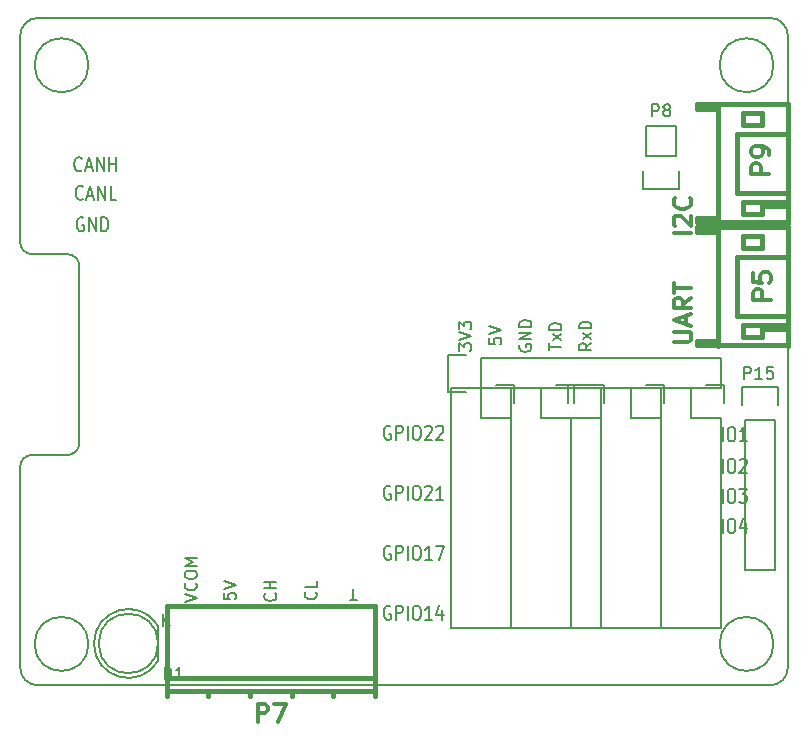
<source format=gto>
G04 #@! TF.FileFunction,Legend,Top*
%FSLAX46Y46*%
G04 Gerber Fmt 4.6, Leading zero omitted, Abs format (unit mm)*
G04 Created by KiCad (PCBNEW 4.0.2+dfsg1-stable) date So 07 Mai 2017 18:55:30 CEST*
%MOMM*%
G01*
G04 APERTURE LIST*
%ADD10C,0.100000*%
%ADD11C,0.200000*%
%ADD12C,0.300000*%
%ADD13C,0.150000*%
%ADD14C,0.381000*%
%ADD15C,0.304800*%
G04 APERTURE END LIST*
D10*
D11*
X156495714Y-120816619D02*
X155924285Y-120816619D01*
X156210000Y-119816619D02*
X156210000Y-120816619D01*
X153011143Y-120110238D02*
X153058762Y-120157857D01*
X153106381Y-120300714D01*
X153106381Y-120395952D01*
X153058762Y-120538810D01*
X152963524Y-120634048D01*
X152868286Y-120681667D01*
X152677810Y-120729286D01*
X152534952Y-120729286D01*
X152344476Y-120681667D01*
X152249238Y-120634048D01*
X152154000Y-120538810D01*
X152106381Y-120395952D01*
X152106381Y-120300714D01*
X152154000Y-120157857D01*
X152201619Y-120110238D01*
X153106381Y-119205476D02*
X153106381Y-119681667D01*
X152106381Y-119681667D01*
X149582143Y-120229285D02*
X149629762Y-120276904D01*
X149677381Y-120419761D01*
X149677381Y-120514999D01*
X149629762Y-120657857D01*
X149534524Y-120753095D01*
X149439286Y-120800714D01*
X149248810Y-120848333D01*
X149105952Y-120848333D01*
X148915476Y-120800714D01*
X148820238Y-120753095D01*
X148725000Y-120657857D01*
X148677381Y-120514999D01*
X148677381Y-120419761D01*
X148725000Y-120276904D01*
X148772619Y-120229285D01*
X149677381Y-119800714D02*
X148677381Y-119800714D01*
X149153571Y-119800714D02*
X149153571Y-119229285D01*
X149677381Y-119229285D02*
X148677381Y-119229285D01*
X145248381Y-120205476D02*
X145248381Y-120681667D01*
X145724571Y-120729286D01*
X145676952Y-120681667D01*
X145629333Y-120586429D01*
X145629333Y-120348333D01*
X145676952Y-120253095D01*
X145724571Y-120205476D01*
X145819810Y-120157857D01*
X146057905Y-120157857D01*
X146153143Y-120205476D01*
X146200762Y-120253095D01*
X146248381Y-120348333D01*
X146248381Y-120586429D01*
X146200762Y-120681667D01*
X146153143Y-120729286D01*
X145248381Y-119872143D02*
X146248381Y-119538810D01*
X145248381Y-119205476D01*
X141946381Y-120927571D02*
X142946381Y-120594238D01*
X141946381Y-120260904D01*
X142851143Y-119356142D02*
X142898762Y-119403761D01*
X142946381Y-119546618D01*
X142946381Y-119641856D01*
X142898762Y-119784714D01*
X142803524Y-119879952D01*
X142708286Y-119927571D01*
X142517810Y-119975190D01*
X142374952Y-119975190D01*
X142184476Y-119927571D01*
X142089238Y-119879952D01*
X141994000Y-119784714D01*
X141946381Y-119641856D01*
X141946381Y-119546618D01*
X141994000Y-119403761D01*
X142041619Y-119356142D01*
X141946381Y-118737095D02*
X141946381Y-118546618D01*
X141994000Y-118451380D01*
X142089238Y-118356142D01*
X142279714Y-118308523D01*
X142613048Y-118308523D01*
X142803524Y-118356142D01*
X142898762Y-118451380D01*
X142946381Y-118546618D01*
X142946381Y-118737095D01*
X142898762Y-118832333D01*
X142803524Y-118927571D01*
X142613048Y-118975190D01*
X142279714Y-118975190D01*
X142089238Y-118927571D01*
X141994000Y-118832333D01*
X141946381Y-118737095D01*
X142946381Y-117879952D02*
X141946381Y-117879952D01*
X142660667Y-117546618D01*
X141946381Y-117213285D01*
X142946381Y-117213285D01*
X133350096Y-88427000D02*
X133254858Y-88369857D01*
X133112001Y-88369857D01*
X132969143Y-88427000D01*
X132873905Y-88541286D01*
X132826286Y-88655571D01*
X132778667Y-88884143D01*
X132778667Y-89055571D01*
X132826286Y-89284143D01*
X132873905Y-89398429D01*
X132969143Y-89512714D01*
X133112001Y-89569857D01*
X133207239Y-89569857D01*
X133350096Y-89512714D01*
X133397715Y-89455571D01*
X133397715Y-89055571D01*
X133207239Y-89055571D01*
X133826286Y-89569857D02*
X133826286Y-88369857D01*
X134397715Y-89569857D01*
X134397715Y-88369857D01*
X134873905Y-89569857D02*
X134873905Y-88369857D01*
X135112000Y-88369857D01*
X135254858Y-88427000D01*
X135350096Y-88541286D01*
X135397715Y-88655571D01*
X135445334Y-88884143D01*
X135445334Y-89055571D01*
X135397715Y-89284143D01*
X135350096Y-89398429D01*
X135254858Y-89512714D01*
X135112000Y-89569857D01*
X134873905Y-89569857D01*
X133318381Y-86788571D02*
X133270762Y-86845714D01*
X133127905Y-86902857D01*
X133032667Y-86902857D01*
X132889809Y-86845714D01*
X132794571Y-86731429D01*
X132746952Y-86617143D01*
X132699333Y-86388571D01*
X132699333Y-86217143D01*
X132746952Y-85988571D01*
X132794571Y-85874286D01*
X132889809Y-85760000D01*
X133032667Y-85702857D01*
X133127905Y-85702857D01*
X133270762Y-85760000D01*
X133318381Y-85817143D01*
X133699333Y-86560000D02*
X134175524Y-86560000D01*
X133604095Y-86902857D02*
X133937428Y-85702857D01*
X134270762Y-86902857D01*
X134604095Y-86902857D02*
X134604095Y-85702857D01*
X135175524Y-86902857D01*
X135175524Y-85702857D01*
X136127905Y-86902857D02*
X135651714Y-86902857D01*
X135651714Y-85702857D01*
X133199334Y-84375571D02*
X133151715Y-84432714D01*
X133008858Y-84489857D01*
X132913620Y-84489857D01*
X132770762Y-84432714D01*
X132675524Y-84318429D01*
X132627905Y-84204143D01*
X132580286Y-83975571D01*
X132580286Y-83804143D01*
X132627905Y-83575571D01*
X132675524Y-83461286D01*
X132770762Y-83347000D01*
X132913620Y-83289857D01*
X133008858Y-83289857D01*
X133151715Y-83347000D01*
X133199334Y-83404143D01*
X133580286Y-84147000D02*
X134056477Y-84147000D01*
X133485048Y-84489857D02*
X133818381Y-83289857D01*
X134151715Y-84489857D01*
X134485048Y-84489857D02*
X134485048Y-83289857D01*
X135056477Y-84489857D01*
X135056477Y-83289857D01*
X135532667Y-84489857D02*
X135532667Y-83289857D01*
X135532667Y-83861286D02*
X136104096Y-83861286D01*
X136104096Y-84489857D02*
X136104096Y-83289857D01*
X187468000Y-107349857D02*
X187468000Y-106149857D01*
X188134666Y-106149857D02*
X188325143Y-106149857D01*
X188420381Y-106207000D01*
X188515619Y-106321286D01*
X188563238Y-106549857D01*
X188563238Y-106949857D01*
X188515619Y-107178429D01*
X188420381Y-107292714D01*
X188325143Y-107349857D01*
X188134666Y-107349857D01*
X188039428Y-107292714D01*
X187944190Y-107178429D01*
X187896571Y-106949857D01*
X187896571Y-106549857D01*
X187944190Y-106321286D01*
X188039428Y-106207000D01*
X188134666Y-106149857D01*
X189515619Y-107349857D02*
X188944190Y-107349857D01*
X189229904Y-107349857D02*
X189229904Y-106149857D01*
X189134666Y-106321286D01*
X189039428Y-106435571D01*
X188944190Y-106492714D01*
X187468000Y-110016857D02*
X187468000Y-108816857D01*
X188134666Y-108816857D02*
X188325143Y-108816857D01*
X188420381Y-108874000D01*
X188515619Y-108988286D01*
X188563238Y-109216857D01*
X188563238Y-109616857D01*
X188515619Y-109845429D01*
X188420381Y-109959714D01*
X188325143Y-110016857D01*
X188134666Y-110016857D01*
X188039428Y-109959714D01*
X187944190Y-109845429D01*
X187896571Y-109616857D01*
X187896571Y-109216857D01*
X187944190Y-108988286D01*
X188039428Y-108874000D01*
X188134666Y-108816857D01*
X188944190Y-108931143D02*
X188991809Y-108874000D01*
X189087047Y-108816857D01*
X189325143Y-108816857D01*
X189420381Y-108874000D01*
X189468000Y-108931143D01*
X189515619Y-109045429D01*
X189515619Y-109159714D01*
X189468000Y-109331143D01*
X188896571Y-110016857D01*
X189515619Y-110016857D01*
X187468000Y-112556857D02*
X187468000Y-111356857D01*
X188134666Y-111356857D02*
X188325143Y-111356857D01*
X188420381Y-111414000D01*
X188515619Y-111528286D01*
X188563238Y-111756857D01*
X188563238Y-112156857D01*
X188515619Y-112385429D01*
X188420381Y-112499714D01*
X188325143Y-112556857D01*
X188134666Y-112556857D01*
X188039428Y-112499714D01*
X187944190Y-112385429D01*
X187896571Y-112156857D01*
X187896571Y-111756857D01*
X187944190Y-111528286D01*
X188039428Y-111414000D01*
X188134666Y-111356857D01*
X188896571Y-111356857D02*
X189515619Y-111356857D01*
X189182285Y-111814000D01*
X189325143Y-111814000D01*
X189420381Y-111871143D01*
X189468000Y-111928286D01*
X189515619Y-112042571D01*
X189515619Y-112328286D01*
X189468000Y-112442571D01*
X189420381Y-112499714D01*
X189325143Y-112556857D01*
X189039428Y-112556857D01*
X188944190Y-112499714D01*
X188896571Y-112442571D01*
X187468000Y-115096857D02*
X187468000Y-113896857D01*
X188134666Y-113896857D02*
X188325143Y-113896857D01*
X188420381Y-113954000D01*
X188515619Y-114068286D01*
X188563238Y-114296857D01*
X188563238Y-114696857D01*
X188515619Y-114925429D01*
X188420381Y-115039714D01*
X188325143Y-115096857D01*
X188134666Y-115096857D01*
X188039428Y-115039714D01*
X187944190Y-114925429D01*
X187896571Y-114696857D01*
X187896571Y-114296857D01*
X187944190Y-114068286D01*
X188039428Y-113954000D01*
X188134666Y-113896857D01*
X189420381Y-114296857D02*
X189420381Y-115096857D01*
X189182285Y-113839714D02*
X188944190Y-114696857D01*
X189563238Y-114696857D01*
X176347381Y-99020238D02*
X175871190Y-99353572D01*
X176347381Y-99591667D02*
X175347381Y-99591667D01*
X175347381Y-99210714D01*
X175395000Y-99115476D01*
X175442619Y-99067857D01*
X175537857Y-99020238D01*
X175680714Y-99020238D01*
X175775952Y-99067857D01*
X175823571Y-99115476D01*
X175871190Y-99210714D01*
X175871190Y-99591667D01*
X176347381Y-98686905D02*
X175680714Y-98163095D01*
X175680714Y-98686905D02*
X176347381Y-98163095D01*
X176347381Y-97782143D02*
X175347381Y-97782143D01*
X175347381Y-97544048D01*
X175395000Y-97401190D01*
X175490238Y-97305952D01*
X175585476Y-97258333D01*
X175775952Y-97210714D01*
X175918810Y-97210714D01*
X176109286Y-97258333D01*
X176204524Y-97305952D01*
X176299762Y-97401190D01*
X176347381Y-97544048D01*
X176347381Y-97782143D01*
X172807381Y-99615476D02*
X172807381Y-99044047D01*
X173807381Y-99329762D02*
X172807381Y-99329762D01*
X173807381Y-98805952D02*
X173140714Y-98282142D01*
X173140714Y-98805952D02*
X173807381Y-98282142D01*
X173807381Y-97901190D02*
X172807381Y-97901190D01*
X172807381Y-97663095D01*
X172855000Y-97520237D01*
X172950238Y-97424999D01*
X173045476Y-97377380D01*
X173235952Y-97329761D01*
X173378810Y-97329761D01*
X173569286Y-97377380D01*
X173664524Y-97424999D01*
X173759762Y-97520237D01*
X173807381Y-97663095D01*
X173807381Y-97901190D01*
X170315000Y-99186904D02*
X170267381Y-99282142D01*
X170267381Y-99424999D01*
X170315000Y-99567857D01*
X170410238Y-99663095D01*
X170505476Y-99710714D01*
X170695952Y-99758333D01*
X170838810Y-99758333D01*
X171029286Y-99710714D01*
X171124524Y-99663095D01*
X171219762Y-99567857D01*
X171267381Y-99424999D01*
X171267381Y-99329761D01*
X171219762Y-99186904D01*
X171172143Y-99139285D01*
X170838810Y-99139285D01*
X170838810Y-99329761D01*
X171267381Y-98710714D02*
X170267381Y-98710714D01*
X171267381Y-98139285D01*
X170267381Y-98139285D01*
X171267381Y-97663095D02*
X170267381Y-97663095D01*
X170267381Y-97425000D01*
X170315000Y-97282142D01*
X170410238Y-97186904D01*
X170505476Y-97139285D01*
X170695952Y-97091666D01*
X170838810Y-97091666D01*
X171029286Y-97139285D01*
X171124524Y-97186904D01*
X171219762Y-97282142D01*
X171267381Y-97425000D01*
X171267381Y-97663095D01*
X167727381Y-98615476D02*
X167727381Y-99091667D01*
X168203571Y-99139286D01*
X168155952Y-99091667D01*
X168108333Y-98996429D01*
X168108333Y-98758333D01*
X168155952Y-98663095D01*
X168203571Y-98615476D01*
X168298810Y-98567857D01*
X168536905Y-98567857D01*
X168632143Y-98615476D01*
X168679762Y-98663095D01*
X168727381Y-98758333D01*
X168727381Y-98996429D01*
X168679762Y-99091667D01*
X168632143Y-99139286D01*
X167727381Y-98282143D02*
X168727381Y-97948810D01*
X167727381Y-97615476D01*
X165187381Y-99663095D02*
X165187381Y-99044047D01*
X165568333Y-99377381D01*
X165568333Y-99234523D01*
X165615952Y-99139285D01*
X165663571Y-99091666D01*
X165758810Y-99044047D01*
X165996905Y-99044047D01*
X166092143Y-99091666D01*
X166139762Y-99139285D01*
X166187381Y-99234523D01*
X166187381Y-99520238D01*
X166139762Y-99615476D01*
X166092143Y-99663095D01*
X165187381Y-98758333D02*
X166187381Y-98425000D01*
X165187381Y-98091666D01*
X165187381Y-97853571D02*
X165187381Y-97234523D01*
X165568333Y-97567857D01*
X165568333Y-97424999D01*
X165615952Y-97329761D01*
X165663571Y-97282142D01*
X165758810Y-97234523D01*
X165996905Y-97234523D01*
X166092143Y-97282142D01*
X166139762Y-97329761D01*
X166187381Y-97424999D01*
X166187381Y-97710714D01*
X166139762Y-97805952D01*
X166092143Y-97853571D01*
D12*
X183328571Y-98912857D02*
X184542857Y-98912857D01*
X184685714Y-98841429D01*
X184757143Y-98770000D01*
X184828571Y-98627143D01*
X184828571Y-98341429D01*
X184757143Y-98198571D01*
X184685714Y-98127143D01*
X184542857Y-98055714D01*
X183328571Y-98055714D01*
X184400000Y-97412857D02*
X184400000Y-96698571D01*
X184828571Y-97555714D02*
X183328571Y-97055714D01*
X184828571Y-96555714D01*
X184828571Y-95198571D02*
X184114286Y-95698571D01*
X184828571Y-96055714D02*
X183328571Y-96055714D01*
X183328571Y-95484286D01*
X183400000Y-95341428D01*
X183471429Y-95270000D01*
X183614286Y-95198571D01*
X183828571Y-95198571D01*
X183971429Y-95270000D01*
X184042857Y-95341428D01*
X184114286Y-95484286D01*
X184114286Y-96055714D01*
X183328571Y-94770000D02*
X183328571Y-93912857D01*
X184828571Y-94341428D02*
X183328571Y-94341428D01*
X184828571Y-89729285D02*
X183328571Y-89729285D01*
X183471429Y-89086428D02*
X183400000Y-89014999D01*
X183328571Y-88872142D01*
X183328571Y-88514999D01*
X183400000Y-88372142D01*
X183471429Y-88300713D01*
X183614286Y-88229285D01*
X183757143Y-88229285D01*
X183971429Y-88300713D01*
X184828571Y-89157856D01*
X184828571Y-88229285D01*
X184685714Y-86729285D02*
X184757143Y-86800714D01*
X184828571Y-87015000D01*
X184828571Y-87157857D01*
X184757143Y-87372142D01*
X184614286Y-87515000D01*
X184471429Y-87586428D01*
X184185714Y-87657857D01*
X183971429Y-87657857D01*
X183685714Y-87586428D01*
X183542857Y-87515000D01*
X183400000Y-87372142D01*
X183328571Y-87157857D01*
X183328571Y-87015000D01*
X183400000Y-86800714D01*
X183471429Y-86729285D01*
D11*
X159337620Y-116240000D02*
X159242382Y-116182857D01*
X159099525Y-116182857D01*
X158956667Y-116240000D01*
X158861429Y-116354286D01*
X158813810Y-116468571D01*
X158766191Y-116697143D01*
X158766191Y-116868571D01*
X158813810Y-117097143D01*
X158861429Y-117211429D01*
X158956667Y-117325714D01*
X159099525Y-117382857D01*
X159194763Y-117382857D01*
X159337620Y-117325714D01*
X159385239Y-117268571D01*
X159385239Y-116868571D01*
X159194763Y-116868571D01*
X159813810Y-117382857D02*
X159813810Y-116182857D01*
X160194763Y-116182857D01*
X160290001Y-116240000D01*
X160337620Y-116297143D01*
X160385239Y-116411429D01*
X160385239Y-116582857D01*
X160337620Y-116697143D01*
X160290001Y-116754286D01*
X160194763Y-116811429D01*
X159813810Y-116811429D01*
X160813810Y-117382857D02*
X160813810Y-116182857D01*
X161480476Y-116182857D02*
X161670953Y-116182857D01*
X161766191Y-116240000D01*
X161861429Y-116354286D01*
X161909048Y-116582857D01*
X161909048Y-116982857D01*
X161861429Y-117211429D01*
X161766191Y-117325714D01*
X161670953Y-117382857D01*
X161480476Y-117382857D01*
X161385238Y-117325714D01*
X161290000Y-117211429D01*
X161242381Y-116982857D01*
X161242381Y-116582857D01*
X161290000Y-116354286D01*
X161385238Y-116240000D01*
X161480476Y-116182857D01*
X162861429Y-117382857D02*
X162290000Y-117382857D01*
X162575714Y-117382857D02*
X162575714Y-116182857D01*
X162480476Y-116354286D01*
X162385238Y-116468571D01*
X162290000Y-116525714D01*
X163194762Y-116182857D02*
X163861429Y-116182857D01*
X163432857Y-117382857D01*
X159337620Y-121320000D02*
X159242382Y-121262857D01*
X159099525Y-121262857D01*
X158956667Y-121320000D01*
X158861429Y-121434286D01*
X158813810Y-121548571D01*
X158766191Y-121777143D01*
X158766191Y-121948571D01*
X158813810Y-122177143D01*
X158861429Y-122291429D01*
X158956667Y-122405714D01*
X159099525Y-122462857D01*
X159194763Y-122462857D01*
X159337620Y-122405714D01*
X159385239Y-122348571D01*
X159385239Y-121948571D01*
X159194763Y-121948571D01*
X159813810Y-122462857D02*
X159813810Y-121262857D01*
X160194763Y-121262857D01*
X160290001Y-121320000D01*
X160337620Y-121377143D01*
X160385239Y-121491429D01*
X160385239Y-121662857D01*
X160337620Y-121777143D01*
X160290001Y-121834286D01*
X160194763Y-121891429D01*
X159813810Y-121891429D01*
X160813810Y-122462857D02*
X160813810Y-121262857D01*
X161480476Y-121262857D02*
X161670953Y-121262857D01*
X161766191Y-121320000D01*
X161861429Y-121434286D01*
X161909048Y-121662857D01*
X161909048Y-122062857D01*
X161861429Y-122291429D01*
X161766191Y-122405714D01*
X161670953Y-122462857D01*
X161480476Y-122462857D01*
X161385238Y-122405714D01*
X161290000Y-122291429D01*
X161242381Y-122062857D01*
X161242381Y-121662857D01*
X161290000Y-121434286D01*
X161385238Y-121320000D01*
X161480476Y-121262857D01*
X162861429Y-122462857D02*
X162290000Y-122462857D01*
X162575714Y-122462857D02*
X162575714Y-121262857D01*
X162480476Y-121434286D01*
X162385238Y-121548571D01*
X162290000Y-121605714D01*
X163718572Y-121662857D02*
X163718572Y-122462857D01*
X163480476Y-121205714D02*
X163242381Y-122062857D01*
X163861429Y-122062857D01*
X159337620Y-111160000D02*
X159242382Y-111102857D01*
X159099525Y-111102857D01*
X158956667Y-111160000D01*
X158861429Y-111274286D01*
X158813810Y-111388571D01*
X158766191Y-111617143D01*
X158766191Y-111788571D01*
X158813810Y-112017143D01*
X158861429Y-112131429D01*
X158956667Y-112245714D01*
X159099525Y-112302857D01*
X159194763Y-112302857D01*
X159337620Y-112245714D01*
X159385239Y-112188571D01*
X159385239Y-111788571D01*
X159194763Y-111788571D01*
X159813810Y-112302857D02*
X159813810Y-111102857D01*
X160194763Y-111102857D01*
X160290001Y-111160000D01*
X160337620Y-111217143D01*
X160385239Y-111331429D01*
X160385239Y-111502857D01*
X160337620Y-111617143D01*
X160290001Y-111674286D01*
X160194763Y-111731429D01*
X159813810Y-111731429D01*
X160813810Y-112302857D02*
X160813810Y-111102857D01*
X161480476Y-111102857D02*
X161670953Y-111102857D01*
X161766191Y-111160000D01*
X161861429Y-111274286D01*
X161909048Y-111502857D01*
X161909048Y-111902857D01*
X161861429Y-112131429D01*
X161766191Y-112245714D01*
X161670953Y-112302857D01*
X161480476Y-112302857D01*
X161385238Y-112245714D01*
X161290000Y-112131429D01*
X161242381Y-111902857D01*
X161242381Y-111502857D01*
X161290000Y-111274286D01*
X161385238Y-111160000D01*
X161480476Y-111102857D01*
X162290000Y-111217143D02*
X162337619Y-111160000D01*
X162432857Y-111102857D01*
X162670953Y-111102857D01*
X162766191Y-111160000D01*
X162813810Y-111217143D01*
X162861429Y-111331429D01*
X162861429Y-111445714D01*
X162813810Y-111617143D01*
X162242381Y-112302857D01*
X162861429Y-112302857D01*
X163813810Y-112302857D02*
X163242381Y-112302857D01*
X163528095Y-112302857D02*
X163528095Y-111102857D01*
X163432857Y-111274286D01*
X163337619Y-111388571D01*
X163242381Y-111445714D01*
X159337620Y-106080000D02*
X159242382Y-106022857D01*
X159099525Y-106022857D01*
X158956667Y-106080000D01*
X158861429Y-106194286D01*
X158813810Y-106308571D01*
X158766191Y-106537143D01*
X158766191Y-106708571D01*
X158813810Y-106937143D01*
X158861429Y-107051429D01*
X158956667Y-107165714D01*
X159099525Y-107222857D01*
X159194763Y-107222857D01*
X159337620Y-107165714D01*
X159385239Y-107108571D01*
X159385239Y-106708571D01*
X159194763Y-106708571D01*
X159813810Y-107222857D02*
X159813810Y-106022857D01*
X160194763Y-106022857D01*
X160290001Y-106080000D01*
X160337620Y-106137143D01*
X160385239Y-106251429D01*
X160385239Y-106422857D01*
X160337620Y-106537143D01*
X160290001Y-106594286D01*
X160194763Y-106651429D01*
X159813810Y-106651429D01*
X160813810Y-107222857D02*
X160813810Y-106022857D01*
X161480476Y-106022857D02*
X161670953Y-106022857D01*
X161766191Y-106080000D01*
X161861429Y-106194286D01*
X161909048Y-106422857D01*
X161909048Y-106822857D01*
X161861429Y-107051429D01*
X161766191Y-107165714D01*
X161670953Y-107222857D01*
X161480476Y-107222857D01*
X161385238Y-107165714D01*
X161290000Y-107051429D01*
X161242381Y-106822857D01*
X161242381Y-106422857D01*
X161290000Y-106194286D01*
X161385238Y-106080000D01*
X161480476Y-106022857D01*
X162290000Y-106137143D02*
X162337619Y-106080000D01*
X162432857Y-106022857D01*
X162670953Y-106022857D01*
X162766191Y-106080000D01*
X162813810Y-106137143D01*
X162861429Y-106251429D01*
X162861429Y-106365714D01*
X162813810Y-106537143D01*
X162242381Y-107222857D01*
X162861429Y-107222857D01*
X163242381Y-106137143D02*
X163290000Y-106080000D01*
X163385238Y-106022857D01*
X163623334Y-106022857D01*
X163718572Y-106080000D01*
X163766191Y-106137143D01*
X163813810Y-106251429D01*
X163813810Y-106365714D01*
X163766191Y-106537143D01*
X163194762Y-107222857D01*
X163813810Y-107222857D01*
D13*
X129500000Y-71500000D02*
X191500000Y-71500000D01*
X128000000Y-90500000D02*
X128000000Y-73000000D01*
X128000000Y-90500000D02*
G75*
G03X129000000Y-91500000I1000000J0D01*
G01*
X129000000Y-91500000D02*
X132000000Y-91500000D01*
X133000000Y-92500000D02*
G75*
G03X132000000Y-91500000I-1000000J0D01*
G01*
X133000000Y-107500000D02*
X133000000Y-92500000D01*
X128000000Y-126500000D02*
X128000000Y-109500000D01*
X129000000Y-108500000D02*
X132000000Y-108500000D01*
X132000000Y-108500000D02*
G75*
G03X133000000Y-107500000I0J1000000D01*
G01*
X129000000Y-108500000D02*
G75*
G03X128000000Y-109500000I0J-1000000D01*
G01*
X191500000Y-128000000D02*
X129500000Y-128000000D01*
X193000000Y-73000000D02*
X193000000Y-126500000D01*
X129500000Y-71500000D02*
G75*
G03X128000000Y-73000000I0J-1500000D01*
G01*
X128000000Y-126500000D02*
G75*
G03X129500000Y-128000000I1500000J0D01*
G01*
X191500000Y-128000000D02*
G75*
G03X193000000Y-126500000I0J1500000D01*
G01*
X193000000Y-73000000D02*
G75*
G03X191500000Y-71500000I-1500000J0D01*
G01*
X133786000Y-124500000D02*
G75*
G03X133786000Y-124500000I-2286000J0D01*
G01*
X133786000Y-75500000D02*
G75*
G03X133786000Y-75500000I-2286000J0D01*
G01*
X191786000Y-75500000D02*
G75*
G03X191786000Y-75500000I-2286000J0D01*
G01*
X191786000Y-124500000D02*
G75*
G03X191786000Y-124500000I-2286000J0D01*
G01*
X139644888Y-122935096D02*
G75*
G03X139660000Y-125960000I-2484888J-1524904D01*
G01*
X139660000Y-122960000D02*
X139660000Y-125960000D01*
X139677936Y-124460000D02*
G75*
G03X139677936Y-124460000I-2517936J0D01*
G01*
X174625000Y-105410000D02*
X174625000Y-123190000D01*
X174625000Y-123190000D02*
X177165000Y-123190000D01*
X177165000Y-123190000D02*
X177165000Y-105410000D01*
X174345000Y-102590000D02*
X174345000Y-104140000D01*
X174625000Y-105410000D02*
X177165000Y-105410000D01*
X177445000Y-104140000D02*
X177445000Y-102590000D01*
X177445000Y-102590000D02*
X174345000Y-102590000D01*
X177165000Y-123190000D02*
X177165000Y-102870000D01*
X182245000Y-105410000D02*
X182245000Y-123190000D01*
X177165000Y-123190000D02*
X182245000Y-123190000D01*
X177165000Y-102870000D02*
X179705000Y-102870000D01*
X182525000Y-104140000D02*
X182525000Y-102590000D01*
X179705000Y-102870000D02*
X179705000Y-105410000D01*
X179705000Y-105410000D02*
X182245000Y-105410000D01*
X182525000Y-102590000D02*
X180975000Y-102590000D01*
X182245000Y-123190000D02*
X182245000Y-102870000D01*
X187325000Y-105410000D02*
X187325000Y-123190000D01*
X182245000Y-123190000D02*
X187325000Y-123190000D01*
X182245000Y-102870000D02*
X184785000Y-102870000D01*
X187605000Y-104140000D02*
X187605000Y-102590000D01*
X184785000Y-102870000D02*
X184785000Y-105410000D01*
X184785000Y-105410000D02*
X187325000Y-105410000D01*
X187605000Y-102590000D02*
X186055000Y-102590000D01*
X189357000Y-105537000D02*
X189357000Y-118237000D01*
X189357000Y-118237000D02*
X191897000Y-118237000D01*
X191897000Y-118237000D02*
X191897000Y-105537000D01*
X189077000Y-102717000D02*
X189077000Y-104267000D01*
X189357000Y-105537000D02*
X191897000Y-105537000D01*
X192177000Y-104267000D02*
X192177000Y-102717000D01*
X192177000Y-102717000D02*
X189077000Y-102717000D01*
X164465000Y-123190000D02*
X164465000Y-102870000D01*
X169545000Y-105410000D02*
X169545000Y-123190000D01*
X164465000Y-123190000D02*
X169545000Y-123190000D01*
X164465000Y-102870000D02*
X167005000Y-102870000D01*
X169825000Y-104140000D02*
X169825000Y-102590000D01*
X167005000Y-102870000D02*
X167005000Y-105410000D01*
X167005000Y-105410000D02*
X169545000Y-105410000D01*
X169825000Y-102590000D02*
X168275000Y-102590000D01*
X169545000Y-123190000D02*
X169545000Y-102870000D01*
X174625000Y-105410000D02*
X174625000Y-123190000D01*
X169545000Y-123190000D02*
X174625000Y-123190000D01*
X169545000Y-102870000D02*
X172085000Y-102870000D01*
X174905000Y-104140000D02*
X174905000Y-102590000D01*
X172085000Y-102870000D02*
X172085000Y-105410000D01*
X172085000Y-105410000D02*
X174625000Y-105410000D01*
X174905000Y-102590000D02*
X173355000Y-102590000D01*
D14*
X190789560Y-87119460D02*
X192989200Y-87119460D01*
X192989200Y-87119460D02*
X192989200Y-87419180D01*
X192989200Y-87419180D02*
X190789560Y-87419180D01*
X188688980Y-81320640D02*
X188688980Y-86319360D01*
X192989200Y-88821260D02*
X192989200Y-78818740D01*
X187088780Y-88821260D02*
X187088780Y-78818740D01*
X188688980Y-81320640D02*
X192989200Y-81320640D01*
X188688980Y-86321900D02*
X192989200Y-86321900D01*
X190789560Y-80523080D02*
X189189360Y-80523080D01*
X190789560Y-79522320D02*
X190789560Y-80523080D01*
X189189360Y-79522320D02*
X190789560Y-79522320D01*
X189189360Y-80523080D02*
X189189360Y-79522320D01*
X189189360Y-88122760D02*
X189189360Y-87122000D01*
X189189360Y-87122000D02*
X190789560Y-87122000D01*
X190789560Y-87122000D02*
X190789560Y-88122760D01*
X190789560Y-88122760D02*
X189189360Y-88122760D01*
X185290460Y-79021940D02*
X187088780Y-79021940D01*
X185290460Y-88618060D02*
X187088780Y-88618060D01*
X192989200Y-78821280D02*
X185290460Y-78821280D01*
X185290460Y-78821280D02*
X185290460Y-79220060D01*
X185290460Y-79220060D02*
X187088780Y-79220060D01*
X187088780Y-88419940D02*
X185290460Y-88419940D01*
X185290460Y-88419940D02*
X185290460Y-88818720D01*
X185290460Y-88818720D02*
X192989200Y-88818720D01*
D13*
X167005000Y-100330000D02*
X187325000Y-100330000D01*
X187325000Y-100330000D02*
X187325000Y-102870000D01*
X187325000Y-102870000D02*
X167005000Y-102870000D01*
X164185000Y-100050000D02*
X165735000Y-100050000D01*
X167005000Y-100330000D02*
X167005000Y-102870000D01*
X165735000Y-103150000D02*
X164185000Y-103150000D01*
X164185000Y-103150000D02*
X164185000Y-100050000D01*
D14*
X190789560Y-97533460D02*
X192989200Y-97533460D01*
X192989200Y-97533460D02*
X192989200Y-97833180D01*
X192989200Y-97833180D02*
X190789560Y-97833180D01*
X188688980Y-91734640D02*
X188688980Y-96733360D01*
X192989200Y-99235260D02*
X192989200Y-89232740D01*
X187088780Y-99235260D02*
X187088780Y-89232740D01*
X188688980Y-91734640D02*
X192989200Y-91734640D01*
X188688980Y-96735900D02*
X192989200Y-96735900D01*
X190789560Y-90937080D02*
X189189360Y-90937080D01*
X190789560Y-89936320D02*
X190789560Y-90937080D01*
X189189360Y-89936320D02*
X190789560Y-89936320D01*
X189189360Y-90937080D02*
X189189360Y-89936320D01*
X189189360Y-98536760D02*
X189189360Y-97536000D01*
X189189360Y-97536000D02*
X190789560Y-97536000D01*
X190789560Y-97536000D02*
X190789560Y-98536760D01*
X190789560Y-98536760D02*
X189189360Y-98536760D01*
X185290460Y-89435940D02*
X187088780Y-89435940D01*
X185290460Y-99032060D02*
X187088780Y-99032060D01*
X192989200Y-89235280D02*
X185290460Y-89235280D01*
X185290460Y-89235280D02*
X185290460Y-89634060D01*
X185290460Y-89634060D02*
X187088780Y-89634060D01*
X187088780Y-98833940D02*
X185290460Y-98833940D01*
X185290460Y-98833940D02*
X185290460Y-99232720D01*
X185290460Y-99232720D02*
X192989200Y-99232720D01*
D13*
X180975000Y-83185000D02*
X180975000Y-80645000D01*
X180695000Y-86005000D02*
X180695000Y-84455000D01*
X180975000Y-83185000D02*
X183515000Y-83185000D01*
X183795000Y-84455000D02*
X183795000Y-86005000D01*
X183795000Y-86005000D02*
X180695000Y-86005000D01*
X183515000Y-83185000D02*
X183515000Y-80645000D01*
X183515000Y-80645000D02*
X180975000Y-80645000D01*
D14*
X154525000Y-128495000D02*
X154525000Y-128895000D01*
X151025000Y-128495000D02*
X151025000Y-128895000D01*
X143925000Y-128495000D02*
X143925000Y-128895000D01*
X147425000Y-128495000D02*
X147425000Y-128895000D01*
X140425000Y-127395000D02*
X158025000Y-127395000D01*
X140425000Y-128495000D02*
X158025000Y-128495000D01*
X140425000Y-121295000D02*
X140425000Y-128895000D01*
X158025000Y-128895000D02*
X158025000Y-121295000D01*
X158025000Y-121295000D02*
X140425000Y-121295000D01*
D13*
X140231905Y-127452381D02*
X140231905Y-126452381D01*
X140470000Y-126452381D01*
X140612858Y-126500000D01*
X140708096Y-126595238D01*
X140755715Y-126690476D01*
X140803334Y-126880952D01*
X140803334Y-127023810D01*
X140755715Y-127214286D01*
X140708096Y-127309524D01*
X140612858Y-127404762D01*
X140470000Y-127452381D01*
X140231905Y-127452381D01*
X141755715Y-127452381D02*
X141184286Y-127452381D01*
X141470000Y-127452381D02*
X141470000Y-126452381D01*
X141374762Y-126595238D01*
X141279524Y-126690476D01*
X141184286Y-126738095D01*
X140073095Y-123007381D02*
X140073095Y-122007381D01*
X140644524Y-123007381D02*
X140215952Y-122435952D01*
X140644524Y-122007381D02*
X140073095Y-122578810D01*
X189285714Y-102052381D02*
X189285714Y-101052381D01*
X189666667Y-101052381D01*
X189761905Y-101100000D01*
X189809524Y-101147619D01*
X189857143Y-101242857D01*
X189857143Y-101385714D01*
X189809524Y-101480952D01*
X189761905Y-101528571D01*
X189666667Y-101576190D01*
X189285714Y-101576190D01*
X190809524Y-102052381D02*
X190238095Y-102052381D01*
X190523809Y-102052381D02*
X190523809Y-101052381D01*
X190428571Y-101195238D01*
X190333333Y-101290476D01*
X190238095Y-101338095D01*
X191714286Y-101052381D02*
X191238095Y-101052381D01*
X191190476Y-101528571D01*
X191238095Y-101480952D01*
X191333333Y-101433333D01*
X191571429Y-101433333D01*
X191666667Y-101480952D01*
X191714286Y-101528571D01*
X191761905Y-101623810D01*
X191761905Y-101861905D01*
X191714286Y-101957143D01*
X191666667Y-102004762D01*
X191571429Y-102052381D01*
X191333333Y-102052381D01*
X191238095Y-102004762D01*
X191190476Y-101957143D01*
D15*
X191443429Y-84690857D02*
X189919429Y-84690857D01*
X189919429Y-84110285D01*
X189992000Y-83965143D01*
X190064571Y-83892571D01*
X190209714Y-83820000D01*
X190427429Y-83820000D01*
X190572571Y-83892571D01*
X190645143Y-83965143D01*
X190717714Y-84110285D01*
X190717714Y-84690857D01*
X191443429Y-83094285D02*
X191443429Y-82804000D01*
X191370857Y-82658857D01*
X191298286Y-82586285D01*
X191080571Y-82441143D01*
X190790286Y-82368571D01*
X190209714Y-82368571D01*
X190064571Y-82441143D01*
X189992000Y-82513714D01*
X189919429Y-82658857D01*
X189919429Y-82949143D01*
X189992000Y-83094285D01*
X190064571Y-83166857D01*
X190209714Y-83239428D01*
X190572571Y-83239428D01*
X190717714Y-83166857D01*
X190790286Y-83094285D01*
X190862857Y-82949143D01*
X190862857Y-82658857D01*
X190790286Y-82513714D01*
X190717714Y-82441143D01*
X190572571Y-82368571D01*
X191570429Y-95358857D02*
X190046429Y-95358857D01*
X190046429Y-94778285D01*
X190119000Y-94633143D01*
X190191571Y-94560571D01*
X190336714Y-94488000D01*
X190554429Y-94488000D01*
X190699571Y-94560571D01*
X190772143Y-94633143D01*
X190844714Y-94778285D01*
X190844714Y-95358857D01*
X190046429Y-93109143D02*
X190046429Y-93834857D01*
X190772143Y-93907428D01*
X190699571Y-93834857D01*
X190627000Y-93689714D01*
X190627000Y-93326857D01*
X190699571Y-93181714D01*
X190772143Y-93109143D01*
X190917286Y-93036571D01*
X191280143Y-93036571D01*
X191425286Y-93109143D01*
X191497857Y-93181714D01*
X191570429Y-93326857D01*
X191570429Y-93689714D01*
X191497857Y-93834857D01*
X191425286Y-93907428D01*
D13*
X181506905Y-79827381D02*
X181506905Y-78827381D01*
X181887858Y-78827381D01*
X181983096Y-78875000D01*
X182030715Y-78922619D01*
X182078334Y-79017857D01*
X182078334Y-79160714D01*
X182030715Y-79255952D01*
X181983096Y-79303571D01*
X181887858Y-79351190D01*
X181506905Y-79351190D01*
X182649762Y-79255952D02*
X182554524Y-79208333D01*
X182506905Y-79160714D01*
X182459286Y-79065476D01*
X182459286Y-79017857D01*
X182506905Y-78922619D01*
X182554524Y-78875000D01*
X182649762Y-78827381D01*
X182840239Y-78827381D01*
X182935477Y-78875000D01*
X182983096Y-78922619D01*
X183030715Y-79017857D01*
X183030715Y-79065476D01*
X182983096Y-79160714D01*
X182935477Y-79208333D01*
X182840239Y-79255952D01*
X182649762Y-79255952D01*
X182554524Y-79303571D01*
X182506905Y-79351190D01*
X182459286Y-79446429D01*
X182459286Y-79636905D01*
X182506905Y-79732143D01*
X182554524Y-79779762D01*
X182649762Y-79827381D01*
X182840239Y-79827381D01*
X182935477Y-79779762D01*
X182983096Y-79732143D01*
X183030715Y-79636905D01*
X183030715Y-79446429D01*
X182983096Y-79351190D01*
X182935477Y-79303571D01*
X182840239Y-79255952D01*
D12*
X148117858Y-131073571D02*
X148117858Y-129573571D01*
X148689286Y-129573571D01*
X148832144Y-129645000D01*
X148903572Y-129716429D01*
X148975001Y-129859286D01*
X148975001Y-130073571D01*
X148903572Y-130216429D01*
X148832144Y-130287857D01*
X148689286Y-130359286D01*
X148117858Y-130359286D01*
X149475001Y-129573571D02*
X150475001Y-129573571D01*
X149832144Y-131073571D01*
M02*

</source>
